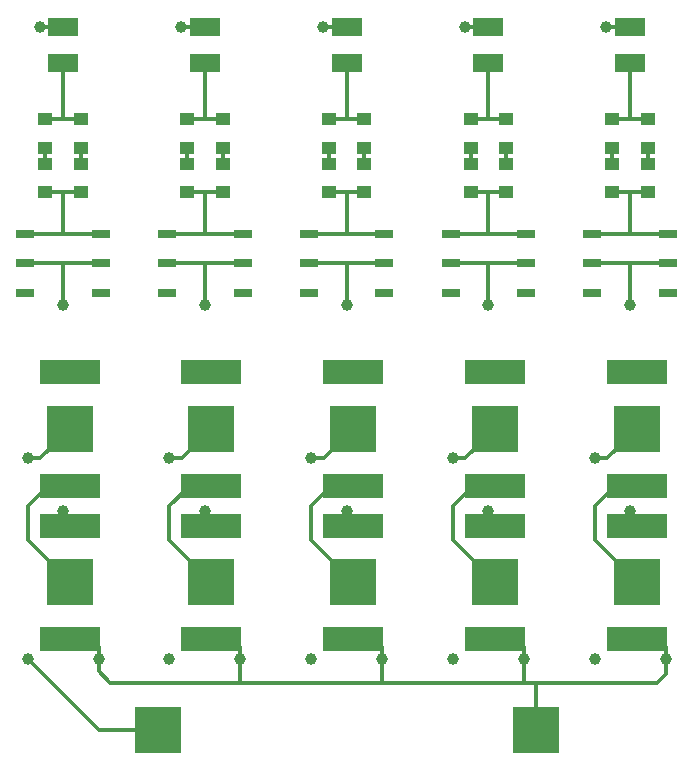
<source format=gbr>
G04 #@! TF.GenerationSoftware,KiCad,Pcbnew,no-vcs-found-e10f0c7~59~ubuntu14.04.1*
G04 #@! TF.CreationDate,2017-08-11T12:14:55+02:00*
G04 #@! TF.ProjectId,_Gauge,B347617567652E6B696361645F706362,rev?*
G04 #@! TF.SameCoordinates,Original*
G04 #@! TF.FileFunction,Copper,L1,Top,Signal*
G04 #@! TF.FilePolarity,Positive*
%FSLAX46Y46*%
G04 Gerber Fmt 4.6, Leading zero omitted, Abs format (unit mm)*
G04 Created by KiCad (PCBNEW no-vcs-found-e10f0c7~59~ubuntu14.04.1) date Fri Aug 11 12:14:55 2017*
%MOMM*%
%LPD*%
G01*
G04 APERTURE LIST*
%ADD10R,4.000000X4.000000*%
%ADD11R,5.080000X2.000000*%
%ADD12R,1.500000X0.800000*%
%ADD13R,2.600000X1.500000*%
%ADD14R,1.300000X1.000000*%
%ADD15C,1.000000*%
%ADD16C,0.300000*%
G04 APERTURE END LIST*
D10*
X76550000Y-102500000D03*
D11*
X76550000Y-107300000D03*
X76550000Y-97700000D03*
D12*
X79200000Y-86000000D03*
X79200000Y-88500000D03*
X79200000Y-91000000D03*
X72800000Y-86000000D03*
X72800000Y-88500000D03*
X72800000Y-91000000D03*
X91200000Y-86000000D03*
X91200000Y-88500000D03*
X91200000Y-91000000D03*
X84800000Y-86000000D03*
X84800000Y-88500000D03*
X84800000Y-91000000D03*
X103200000Y-86000000D03*
X103200000Y-88500000D03*
X103200000Y-91000000D03*
X96800000Y-86000000D03*
X96800000Y-88500000D03*
X96800000Y-91000000D03*
X115200000Y-86000000D03*
X115200000Y-88500000D03*
X115200000Y-91000000D03*
X108800000Y-86000000D03*
X108800000Y-88500000D03*
X108800000Y-91000000D03*
X127200000Y-86000000D03*
X127200000Y-88500000D03*
X127200000Y-91000000D03*
X120800000Y-86000000D03*
X120800000Y-88500000D03*
X120800000Y-91000000D03*
D13*
X76000000Y-68500000D03*
X76000000Y-71500000D03*
D10*
X116000000Y-128000000D03*
X84000000Y-128000000D03*
D11*
X76550000Y-110700000D03*
X76550000Y-120300000D03*
D10*
X76550000Y-115500000D03*
D11*
X88550000Y-110700000D03*
X88550000Y-120300000D03*
D10*
X88550000Y-115500000D03*
D11*
X88550000Y-97700000D03*
X88550000Y-107300000D03*
D10*
X88550000Y-102500000D03*
D11*
X100550000Y-110700000D03*
X100550000Y-120300000D03*
D10*
X100550000Y-115500000D03*
D11*
X100550000Y-97700000D03*
X100550000Y-107300000D03*
D10*
X100550000Y-102500000D03*
D11*
X112550000Y-110700000D03*
X112550000Y-120300000D03*
D10*
X112550000Y-115500000D03*
X112550000Y-102500000D03*
D11*
X112550000Y-107300000D03*
X112550000Y-97700000D03*
X124550000Y-110700000D03*
X124550000Y-120300000D03*
D10*
X124550000Y-115500000D03*
X124550000Y-102500000D03*
D11*
X124550000Y-107300000D03*
X124550000Y-97700000D03*
D13*
X88000000Y-68500000D03*
X88000000Y-71500000D03*
X100000000Y-71500000D03*
X100000000Y-68500000D03*
X112000000Y-71500000D03*
X112000000Y-68500000D03*
X124000000Y-68500000D03*
X124000000Y-71500000D03*
D14*
X74500000Y-78700000D03*
X74500000Y-76300000D03*
X77500000Y-80050000D03*
X77500000Y-82450000D03*
X77500000Y-76300000D03*
X77500000Y-78700000D03*
X86500000Y-80050000D03*
X86500000Y-82450000D03*
X74500000Y-80050000D03*
X74500000Y-82450000D03*
X86500000Y-76300000D03*
X86500000Y-78700000D03*
X89500000Y-82450000D03*
X89500000Y-80050000D03*
X89500000Y-76300000D03*
X89500000Y-78700000D03*
X98500000Y-82450000D03*
X98500000Y-80050000D03*
X98500000Y-76300000D03*
X98500000Y-78700000D03*
X101500000Y-80050000D03*
X101500000Y-82450000D03*
X101500000Y-78700000D03*
X101500000Y-76300000D03*
X110500000Y-82450000D03*
X110500000Y-80050000D03*
X110500000Y-76300000D03*
X110500000Y-78700000D03*
X113500000Y-80050000D03*
X113500000Y-82450000D03*
X113500000Y-78700000D03*
X113500000Y-76300000D03*
X122500000Y-80050000D03*
X122500000Y-82450000D03*
X122500000Y-78700000D03*
X122500000Y-76300000D03*
X125500000Y-80050000D03*
X125500000Y-82450000D03*
X125500000Y-76300000D03*
X125500000Y-78700000D03*
D15*
X121000000Y-105000000D03*
X109000000Y-105000000D03*
X97000000Y-105000000D03*
X85000000Y-105000000D03*
X73000000Y-105000000D03*
X97000000Y-122000000D03*
X109000000Y-122000000D03*
X121000000Y-122000000D03*
X85000000Y-122000000D03*
X122000000Y-68500000D03*
X110000000Y-68500000D03*
X127000000Y-122000000D03*
X115000000Y-122000000D03*
X103000000Y-122000000D03*
X91000000Y-122000000D03*
X79000000Y-122000000D03*
X98000000Y-68500000D03*
X86000000Y-68500000D03*
X74000000Y-68500000D03*
X73000000Y-122000000D03*
X124000000Y-92000000D03*
X124000000Y-109500000D03*
X124000000Y-120250000D03*
X112000000Y-120250000D03*
X112000000Y-109500000D03*
X112000000Y-92000000D03*
X100000000Y-92000000D03*
X100000000Y-109500000D03*
X100000000Y-120250000D03*
X88000000Y-120250000D03*
X76000000Y-120250000D03*
X88000000Y-109500000D03*
X88000000Y-92000000D03*
X76000000Y-92000000D03*
X76000000Y-109500000D03*
D16*
X121000000Y-105000000D02*
X122050000Y-105000000D01*
X122050000Y-105000000D02*
X124550000Y-102500000D01*
X109000000Y-105000000D02*
X110050000Y-105000000D01*
X110050000Y-105000000D02*
X112550000Y-102500000D01*
X97000000Y-105000000D02*
X98050000Y-105000000D01*
X98050000Y-105000000D02*
X100550000Y-102500000D01*
X85000000Y-105000000D02*
X86050000Y-105000000D01*
X86050000Y-105000000D02*
X88550000Y-102500000D01*
X73000000Y-105000000D02*
X74050000Y-105000000D01*
X74050000Y-105000000D02*
X76550000Y-102500000D01*
X122000000Y-68500000D02*
X124000000Y-68500000D01*
X124050000Y-102500000D02*
X123000000Y-102500000D01*
X112050000Y-102500000D02*
X111000000Y-102500000D01*
X110000000Y-68500000D02*
X112000000Y-68500000D01*
X124000000Y-71500000D02*
X124000000Y-76300000D01*
X124000000Y-76300000D02*
X124000000Y-76250000D01*
X124000000Y-76250000D02*
X124000000Y-76300000D01*
X122500000Y-76300000D02*
X124000000Y-76300000D01*
X124000000Y-76300000D02*
X125500000Y-76300000D01*
X112000000Y-76300000D02*
X113500000Y-76300000D01*
X110500000Y-76300000D02*
X112000000Y-76300000D01*
X112000000Y-76250000D02*
X112000000Y-76300000D01*
X112000000Y-76300000D02*
X112000000Y-76250000D01*
X112000000Y-71500000D02*
X112000000Y-76300000D01*
X100000000Y-71500000D02*
X100000000Y-76300000D01*
X100000000Y-76300000D02*
X100000000Y-76250000D01*
X100000000Y-76250000D02*
X100000000Y-76300000D01*
X98500000Y-76300000D02*
X100000000Y-76300000D01*
X100000000Y-76300000D02*
X101500000Y-76300000D01*
X88000000Y-76300000D02*
X89500000Y-76300000D01*
X86500000Y-76300000D02*
X88000000Y-76300000D01*
X88000000Y-76250000D02*
X88000000Y-76300000D01*
X88000000Y-76300000D02*
X88000000Y-76250000D01*
X88000000Y-71500000D02*
X88000000Y-76300000D01*
X76000000Y-71500000D02*
X76000000Y-76300000D01*
X76000000Y-76300000D02*
X76000000Y-76250000D01*
X76000000Y-76250000D02*
X76000000Y-76300000D01*
X74500000Y-76300000D02*
X76000000Y-76300000D01*
X76000000Y-76300000D02*
X77500000Y-76300000D01*
X124000000Y-82450000D02*
X124000000Y-86000000D01*
X122500000Y-82450000D02*
X124000000Y-82450000D01*
X124000000Y-82450000D02*
X125500000Y-82450000D01*
X112000000Y-82450000D02*
X113500000Y-82450000D01*
X110500000Y-82450000D02*
X112000000Y-82450000D01*
X112000000Y-82450000D02*
X112000000Y-86000000D01*
X100000000Y-82450000D02*
X100000000Y-86000000D01*
X98500000Y-82450000D02*
X100000000Y-82450000D01*
X100000000Y-82450000D02*
X101500000Y-82450000D01*
X88000000Y-82450000D02*
X89500000Y-82450000D01*
X86500000Y-82450000D02*
X88000000Y-82450000D01*
X88000000Y-82450000D02*
X88000000Y-86000000D01*
X76000000Y-82450000D02*
X76000000Y-86000000D01*
X74500000Y-82450000D02*
X76000000Y-82450000D01*
X76000000Y-82450000D02*
X77500000Y-82450000D01*
X127000000Y-123000000D02*
X127000000Y-123250000D01*
X127000000Y-121000000D02*
X127000000Y-122000000D01*
X127000000Y-122000000D02*
X127000000Y-123000000D01*
X124000000Y-124000000D02*
X116000000Y-124000000D01*
X126250000Y-124000000D02*
X124000000Y-124000000D01*
X127000000Y-123250000D02*
X126250000Y-124000000D01*
X116000000Y-124000000D02*
X116000000Y-128000000D01*
X115000000Y-124000000D02*
X115000000Y-123000000D01*
X115000000Y-122000000D02*
X115000000Y-123000000D01*
X115000000Y-122000000D02*
X115000000Y-121000000D01*
X116000000Y-124000000D02*
X115000000Y-124000000D01*
X115000000Y-124000000D02*
X112000000Y-124000000D01*
X104000000Y-124000000D02*
X112000000Y-124000000D01*
X104000000Y-124000000D02*
X103000000Y-124000000D01*
X103000000Y-124000000D02*
X103000000Y-123000000D01*
X103000000Y-122000000D02*
X103000000Y-121000000D01*
X103000000Y-122000000D02*
X103000000Y-123000000D01*
X103000000Y-124000000D02*
X99750000Y-124000000D01*
X91000000Y-124000000D02*
X91000000Y-123000000D01*
X91000000Y-122000000D02*
X91000000Y-121000000D01*
X91000000Y-122000000D02*
X91000000Y-123000000D01*
X92000000Y-124000000D02*
X91000000Y-124000000D01*
X91000000Y-124000000D02*
X88000000Y-124000000D01*
X79000000Y-123000000D02*
X80000000Y-124000000D01*
X80000000Y-124000000D02*
X88000000Y-124000000D01*
X79000000Y-122000000D02*
X79000000Y-121000000D01*
X79000000Y-122000000D02*
X79000000Y-123000000D01*
X98000000Y-68500000D02*
X100000000Y-68500000D01*
X100050000Y-102500000D02*
X99000000Y-102500000D01*
X88050000Y-102500000D02*
X87000000Y-102500000D01*
X86000000Y-68500000D02*
X88000000Y-68500000D01*
X74000000Y-68500000D02*
X76000000Y-68500000D01*
X76050000Y-102500000D02*
X75000000Y-102500000D01*
X73000000Y-122000000D02*
X79000000Y-128000000D01*
X79000000Y-128000000D02*
X84000000Y-128000000D01*
X76550000Y-115500000D02*
X73000000Y-111950000D01*
X73000000Y-109000000D02*
X73000000Y-111950000D01*
X73000000Y-109000000D02*
X74700000Y-107300000D01*
X88550000Y-115500000D02*
X85000000Y-111950000D01*
X85000000Y-109000000D02*
X86700000Y-107300000D01*
X85000000Y-109000000D02*
X85000000Y-111950000D01*
X100550000Y-115500000D02*
X97000000Y-111950000D01*
X97000000Y-109000000D02*
X97000000Y-111950000D01*
X97000000Y-109000000D02*
X98700000Y-107300000D01*
X112550000Y-115500000D02*
X109000000Y-111950000D01*
X109000000Y-109000000D02*
X110700000Y-107300000D01*
X109000000Y-109000000D02*
X109000000Y-111950000D01*
X124550000Y-115500000D02*
X121000000Y-111950000D01*
X121000000Y-109000000D02*
X121000000Y-111950000D01*
X121000000Y-109000000D02*
X122700000Y-107300000D01*
X79200000Y-86000000D02*
X76000000Y-86000000D01*
X76000000Y-86000000D02*
X72800000Y-86000000D01*
X124000000Y-88500000D02*
X124000000Y-92000000D01*
X124050000Y-109550000D02*
X124000000Y-109500000D01*
X124050000Y-109550000D02*
X124050000Y-110700000D01*
X124500000Y-88500000D02*
X124000000Y-88500000D01*
X124000000Y-88500000D02*
X120300000Y-88500000D01*
X124500000Y-88500000D02*
X126700000Y-88500000D01*
X124050000Y-120300000D02*
X125800000Y-120300000D01*
X125800000Y-120300000D02*
X126500000Y-121000000D01*
X124000000Y-120250000D02*
X124050000Y-120300000D01*
X112000000Y-120250000D02*
X112050000Y-120300000D01*
X113800000Y-120300000D02*
X114500000Y-121000000D01*
X112050000Y-120300000D02*
X113800000Y-120300000D01*
X112500000Y-88500000D02*
X114700000Y-88500000D01*
X112000000Y-88500000D02*
X108300000Y-88500000D01*
X112500000Y-88500000D02*
X112000000Y-88500000D01*
X112050000Y-109550000D02*
X112050000Y-110700000D01*
X112050000Y-109550000D02*
X112000000Y-109500000D01*
X112000000Y-88500000D02*
X112000000Y-92000000D01*
X92000000Y-124000000D02*
X99750000Y-124000000D01*
X99750000Y-124000000D02*
X100000000Y-124000000D01*
X100000000Y-88500000D02*
X100000000Y-92000000D01*
X100050000Y-109550000D02*
X100000000Y-109500000D01*
X100050000Y-109550000D02*
X100050000Y-110700000D01*
X100500000Y-88500000D02*
X100000000Y-88500000D01*
X100000000Y-88500000D02*
X96300000Y-88500000D01*
X100500000Y-88500000D02*
X102700000Y-88500000D01*
X100050000Y-120300000D02*
X101800000Y-120300000D01*
X102300000Y-120300000D02*
X103000000Y-121000000D01*
X100000000Y-120250000D02*
X100050000Y-120300000D01*
X88000000Y-120250000D02*
X88050000Y-120300000D01*
X76000000Y-120250000D02*
X76050000Y-120300000D01*
X90300000Y-120300000D02*
X91000000Y-121000000D01*
X88050000Y-120300000D02*
X89800000Y-120300000D01*
X88500000Y-88500000D02*
X90700000Y-88500000D01*
X88000000Y-88500000D02*
X84300000Y-88500000D01*
X88500000Y-88500000D02*
X88000000Y-88500000D01*
X88050000Y-109550000D02*
X88050000Y-110700000D01*
X88050000Y-109550000D02*
X88000000Y-109500000D01*
X88000000Y-88500000D02*
X88000000Y-92000000D01*
X76000000Y-88500000D02*
X76000000Y-92000000D01*
X76050000Y-109550000D02*
X76000000Y-109500000D01*
X76050000Y-109550000D02*
X76050000Y-110700000D01*
X76500000Y-88500000D02*
X76000000Y-88500000D01*
X76000000Y-88500000D02*
X72300000Y-88500000D01*
X76500000Y-88500000D02*
X78700000Y-88500000D01*
X76050000Y-120300000D02*
X77800000Y-120300000D01*
X78300000Y-120300000D02*
X79000000Y-121000000D01*
X124050000Y-107300000D02*
X122200000Y-107300000D01*
X112050000Y-107300000D02*
X110200000Y-107300000D01*
X100050000Y-107300000D02*
X98200000Y-107300000D01*
X88050000Y-107300000D02*
X86200000Y-107300000D01*
X76050000Y-107300000D02*
X74200000Y-107300000D01*
X122500000Y-78700000D02*
X122500000Y-80050000D01*
X110500000Y-78700000D02*
X110500000Y-80050000D01*
X98500000Y-78700000D02*
X98500000Y-80050000D01*
X86500000Y-78700000D02*
X86500000Y-80050000D01*
X74500000Y-78700000D02*
X74500000Y-80050000D01*
X125500000Y-78700000D02*
X125500000Y-80050000D01*
X113500000Y-78700000D02*
X113500000Y-80050000D01*
X101500000Y-78700000D02*
X101500000Y-80050000D01*
X89500000Y-78700000D02*
X89500000Y-80050000D01*
X77500000Y-78700000D02*
X77500000Y-80050000D01*
X124000000Y-86000000D02*
X127200000Y-86000000D01*
X124000000Y-86000000D02*
X120800000Y-86000000D01*
X112000000Y-86000000D02*
X108800000Y-86000000D01*
X112000000Y-86000000D02*
X115200000Y-86000000D01*
X100000000Y-86000000D02*
X103200000Y-86000000D01*
X100000000Y-86000000D02*
X96800000Y-86000000D01*
X88000000Y-86000000D02*
X84800000Y-86000000D01*
X88000000Y-86000000D02*
X91200000Y-86000000D01*
M02*

</source>
